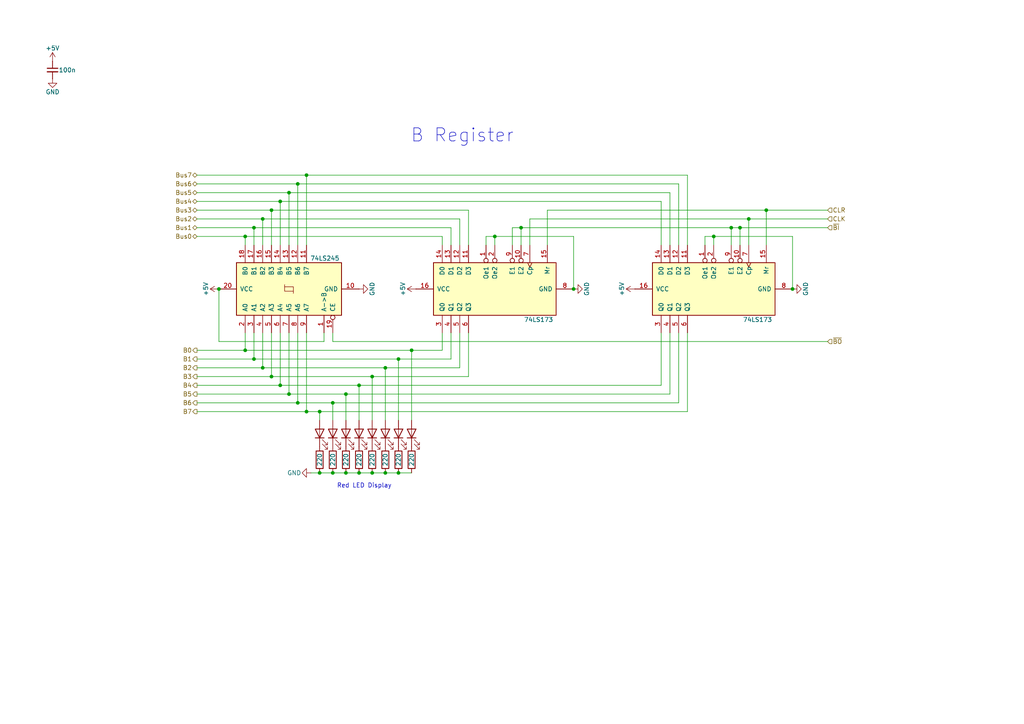
<source format=kicad_sch>
(kicad_sch (version 20250114) (generator "eeschema") (generator_version "9.0")
  (paper "A4")
  (lib_symbols
    (symbol "74xx:74LS173" (pin_names (offset 1.016))
      (property "Reference" "U" (at -7.62 19.05 0))
      (property "Value" "74LS173" (at -7.62 -19.05 0))
      (symbol "74LS173_1_0"
        (pin input line (at -12.7 15.24 0) (length 5.08) (name "D0") (number "14"))
        (pin input line (at -12.7 12.7 0) (length 5.08) (name "D1") (number "13"))
        (pin input line (at -12.7 10.16 0) (length 5.08) (name "D2") (number "12"))
        (pin input line (at -12.7 7.62 0) (length 5.08) (name "D3") (number "11"))
        (pin input inverted (at -12.7 2.54 0) (length 5.08) (name "Oe1") (number "1"))
        (pin input inverted (at -12.7 0 0) (length 5.08) (name "Oe2") (number "2"))
        (pin input inverted (at -12.7 -5.08 0) (length 5.08) (name "E1") (number "9"))
        (pin input inverted (at -12.7 -7.62 0) (length 5.08) (name "E2") (number "10"))
        (pin input clock (at -12.7 -10.16 0) (length 5.08) (name "Cp") (number "7"))
        (pin input line (at -12.7 -15.24 0) (length 5.08) (name "Mr") (number "15"))
        (pin power_in line (at 0 22.86 270) (length 5.08) (name "VCC") (number "16"))
        (pin power_in line (at 0 -22.86 90) (length 5.08) (name "GND") (number "8"))
        (pin tri_state line (at 12.7 15.24 180) (length 5.08) (name "Q0") (number "3"))
        (pin tri_state line (at 12.7 12.7 180) (length 5.08) (name "Q1") (number "4"))
        (pin tri_state line (at 12.7 10.16 180) (length 5.08) (name "Q2") (number "5"))
        (pin tri_state line (at 12.7 7.62 180) (length 5.08) (name "Q3") (number "6"))
      )
      (symbol "74LS173_1_1"
        (rectangle (start -7.62 17.78) (end 7.62 -17.78) (stroke (width 0.254)) (fill (type background)))
      )
    )
    (symbol "74xx:74LS245" (pin_names (offset 1.016))
      (property "Reference" "U" (at -7.62 16.51 0))
      (property "Value" "74LS245" (at -7.62 -16.51 0))
      (symbol "74LS245_1_0"
        (polyline (pts (xy -1.27 -1.27) (xy 0.635 -1.27) (xy 0.635 1.27) (xy 1.27 1.27)))
        (polyline (pts (xy -0.635 -1.27) (xy -0.635 1.27) (xy 0.635 1.27)))
        (pin tri_state line (at -12.7 12.7 0) (length 5.08) (name "A0") (number "2"))
        (pin tri_state line (at -12.7 10.16 0) (length 5.08) (name "A1") (number "3"))
        (pin tri_state line (at -12.7 7.62 0) (length 5.08) (name "A2") (number "4"))
        (pin tri_state line (at -12.7 5.08 0) (length 5.08) (name "A3") (number "5"))
        (pin tri_state line (at -12.7 2.54 0) (length 5.08) (name "A4") (number "6"))
        (pin tri_state line (at -12.7 0 0) (length 5.08) (name "A5") (number "7"))
        (pin tri_state line (at -12.7 -2.54 0) (length 5.08) (name "A6") (number "8"))
        (pin tri_state line (at -12.7 -5.08 0) (length 5.08) (name "A7") (number "9"))
        (pin input line (at -12.7 -10.16 0) (length 5.08) (name "A->B") (number "1"))
        (pin input inverted (at -12.7 -12.7 0) (length 5.08) (name "CE") (number "19"))
        (pin power_in line (at 0 20.32 270) (length 5.08) (name "VCC") (number "20"))
        (pin power_in line (at 0 -20.32 90) (length 5.08) (name "GND") (number "10"))
        (pin tri_state line (at 12.7 12.7 180) (length 5.08) (name "B0") (number "18"))
        (pin tri_state line (at 12.7 10.16 180) (length 5.08) (name "B1") (number "17"))
        (pin tri_state line (at 12.7 7.62 180) (length 5.08) (name "B2") (number "16"))
        (pin tri_state line (at 12.7 5.08 180) (length 5.08) (name "B3") (number "15"))
        (pin tri_state line (at 12.7 2.54 180) (length 5.08) (name "B4") (number "14"))
        (pin tri_state line (at 12.7 0 180) (length 5.08) (name "B5") (number "13"))
        (pin tri_state line (at 12.7 -2.54 180) (length 5.08) (name "B6") (number "12"))
        (pin tri_state line (at 12.7 -5.08 180) (length 5.08) (name "B7") (number "11"))
      )
      (symbol "74LS245_1_1"
        (rectangle (start -7.62 15.24) (end 7.62 -15.24) (stroke (width 0.254)) (fill (type background)))
      )
    )
    (symbol "Device:C_Small" (pin_numbers (hide yes)) (pin_names (offset 0.254) (hide yes))
      (property "Reference" "C" (at 0.254 1.778 0))
      (property "Value" "C_Small" (at 0.254 -2.032 0))
      (symbol "C_Small_0_1"
        (polyline (pts (xy -1.524 0.508) (xy 1.524 0.508)) (stroke (width 0.3048)))
        (polyline (pts (xy -1.524 -0.508) (xy 1.524 -0.508)) (stroke (width 0.3302)))
      )
      (symbol "C_Small_1_1"
        (pin passive line (at 0 2.54 270) (length 2.032) (name "~") (number "1"))
        (pin passive line (at 0 -2.54 90) (length 2.032) (name "~") (number "2"))
      )
    )
    (symbol "Device:LED" (pin_numbers (hide yes)) (pin_names (offset 1.016) (hide yes))
      (property "Reference" "D" (at 0 2.54 0))
      (property "Value" "LED" (at 0 -2.54 0))
      (symbol "LED_0_1"
        (polyline (pts (xy -3.048 -0.762) (xy -4.572 -2.286) (xy -3.81 -2.286) (xy -4.572 -2.286) (xy -4.572 -1.524)))
        (polyline (pts (xy -1.778 -0.762) (xy -3.302 -2.286) (xy -2.54 -2.286) (xy -3.302 -2.286) (xy -3.302 -1.524)))
        (polyline (pts (xy -1.27 0) (xy 1.27 0)))
        (polyline (pts (xy -1.27 -1.27) (xy -1.27 1.27)) (stroke (width 0.254)))
        (polyline (pts (xy 1.27 -1.27) (xy 1.27 1.27) (xy -1.27 0) (xy 1.27 -1.27)) (stroke (width 0.254)))
      )
      (symbol "LED_1_1"
        (pin passive line (at -3.81 0 0) (length 2.54) (name "K") (number "1"))
        (pin passive line (at 3.81 0 180) (length 2.54) (name "A") (number "2"))
      )
    )
    (symbol "Device:R" (pin_numbers (hide yes)) (pin_names (offset 0))
      (property "Reference" "R" (at 2.032 0 90))
      (property "Value" "R" (at 0 0 90))
      (symbol "R_0_1"
        (rectangle (start -1.016 -2.54) (end 1.016 2.54) (stroke (width 0.254)))
      )
      (symbol "R_1_1"
        (pin passive line (at 0 3.81 270) (length 1.27) (name "~") (number "1"))
        (pin passive line (at 0 -3.81 90) (length 1.27) (name "~") (number "2"))
      )
    )
    (symbol "power:+5V" (power) (pin_numbers (hide yes)) (pin_names (offset 0) (hide yes))
      (property "Value" "+5V" (at 0 3.556 0))
      (symbol "+5V_0_1"
        (polyline (pts (xy -0.762 1.27) (xy 0 2.54)))
        (polyline (pts (xy 0 2.54) (xy 0.762 1.27)))
        (polyline (pts (xy 0 0) (xy 0 2.54)))
      )
      (symbol "+5V_1_1"
        (pin power_in line (at 0 0 90) (length 0) (name "~") (number "1"))
      )
    )
    (symbol "power:GND" (power) (pin_numbers (hide yes)) (pin_names (offset 0) (hide yes))
      (property "Value" "GND" (at 0 -3.81 0))
      (symbol "GND_0_1"
        (polyline (pts (xy 0 0) (xy 0 -1.27) (xy 1.27 -1.27) (xy 0 -2.54) (xy -1.27 -1.27) (xy 0 -1.27)))
      )
      (symbol "GND_1_1"
        (pin power_in line (at 0 0 270) (length 0) (name "~") (number "1"))
      )
    )
  )
  (text "Red LED Display" (at 105.664 140.97 0) (effects (font (size 1.27 1.27))))
  (text "B Register" (at 134.112 39.37 0) (effects (font (size 3.81 3.81))))
  (junction (at 96.52 116.84))
  (junction (at 119.38 101.6))
  (junction (at 71.12 68.58))
  (junction (at 100.33 137.16))
  (junction (at 81.28 58.42))
  (junction (at 214.63 66.04))
  (junction (at 78.74 60.96))
  (junction (at 76.2 106.68))
  (junction (at 217.17 63.5))
  (junction (at 104.14 137.16))
  (junction (at 88.9 50.8))
  (junction (at 229.87 83.82))
  (junction (at 115.57 137.16))
  (junction (at 92.71 137.16))
  (junction (at 222.25 60.96))
  (junction (at 83.82 114.3))
  (junction (at 115.57 104.14))
  (junction (at 63.5 83.82))
  (junction (at 78.74 109.22))
  (junction (at 111.76 106.68))
  (junction (at 111.76 137.16))
  (junction (at 86.36 53.34))
  (junction (at 73.66 66.04))
  (junction (at 96.52 137.16))
  (junction (at 207.01 68.58))
  (junction (at 83.82 55.88))
  (junction (at 104.14 111.76))
  (junction (at 76.2 63.5))
  (junction (at 88.9 119.38))
  (junction (at 212.09 66.04))
  (junction (at 73.66 104.14))
  (junction (at 166.37 83.82))
  (junction (at 86.36 116.84))
  (junction (at 107.95 137.16))
  (junction (at 107.95 109.22))
  (junction (at 151.13 66.04))
  (junction (at 143.51 68.58))
  (junction (at 81.28 111.76))
  (junction (at 100.33 114.3))
  (junction (at 92.71 119.38))
  (junction (at 71.12 101.6))
  (wire (pts (xy 153.67 71.12) (xy 153.67 63.5)))
  (wire (pts (xy 148.59 66.04) (xy 151.13 66.04)))
  (wire (pts (xy 104.14 137.16) (xy 100.33 137.16)))
  (wire (pts (xy 199.39 71.12) (xy 199.39 50.8)))
  (wire (pts (xy 57.15 119.38) (xy 88.9 119.38)))
  (wire (pts (xy 57.15 68.58) (xy 71.12 68.58)))
  (wire (pts (xy 57.15 104.14) (xy 73.66 104.14)))
  (wire (pts (xy 143.51 68.58) (xy 166.37 68.58)))
  (wire (pts (xy 96.52 116.84) (xy 196.85 116.84)))
  (wire (pts (xy 73.66 104.14) (xy 115.57 104.14)))
  (wire (pts (xy 57.15 63.5) (xy 76.2 63.5)))
  (wire (pts (xy 57.15 66.04) (xy 73.66 66.04)))
  (wire (pts (xy 71.12 68.58) (xy 71.12 71.12)))
  (wire (pts (xy 143.51 68.58) (xy 143.51 71.12)))
  (wire (pts (xy 130.81 104.14) (xy 130.81 96.52)))
  (wire (pts (xy 148.59 66.04) (xy 148.59 71.12)))
  (wire (pts (xy 71.12 101.6) (xy 119.38 101.6)))
  (wire (pts (xy 240.03 66.04) (xy 214.63 66.04)))
  (wire (pts (xy 115.57 104.14) (xy 130.81 104.14)))
  (wire (pts (xy 57.15 53.34) (xy 86.36 53.34)))
  (wire (pts (xy 81.28 58.42) (xy 81.28 71.12)))
  (wire (pts (xy 119.38 137.16) (xy 115.57 137.16)))
  (wire (pts (xy 217.17 63.5) (xy 240.03 63.5)))
  (wire (pts (xy 196.85 71.12) (xy 196.85 53.34)))
  (wire (pts (xy 57.15 58.42) (xy 81.28 58.42)))
  (wire (pts (xy 204.47 68.58) (xy 207.01 68.58)))
  (wire (pts (xy 115.57 137.16) (xy 111.76 137.16)))
  (wire (pts (xy 140.97 68.58) (xy 143.51 68.58)))
  (wire (pts (xy 107.95 137.16) (xy 104.14 137.16)))
  (wire (pts (xy 57.15 50.8) (xy 88.9 50.8)))
  (wire (pts (xy 135.89 109.22) (xy 135.89 96.52)))
  (wire (pts (xy 194.31 55.88) (xy 83.82 55.88)))
  (wire (pts (xy 83.82 114.3) (xy 100.33 114.3)))
  (wire (pts (xy 57.15 114.3) (xy 83.82 114.3)))
  (wire (pts (xy 229.87 68.58) (xy 229.87 83.82)))
  (wire (pts (xy 196.85 116.84) (xy 196.85 96.52)))
  (wire (pts (xy 133.35 106.68) (xy 133.35 96.52)))
  (wire (pts (xy 128.27 71.12) (xy 128.27 68.58)))
  (wire (pts (xy 57.15 111.76) (xy 81.28 111.76)))
  (wire (pts (xy 119.38 101.6) (xy 119.38 121.92)))
  (wire (pts (xy 57.15 106.68) (xy 76.2 106.68)))
  (wire (pts (xy 93.98 99.06) (xy 63.5 99.06)))
  (wire (pts (xy 86.36 116.84) (xy 96.52 116.84)))
  (wire (pts (xy 111.76 137.16) (xy 107.95 137.16)))
  (wire (pts (xy 100.33 114.3) (xy 194.31 114.3)))
  (wire (pts (xy 96.52 96.52) (xy 96.52 99.06)))
  (wire (pts (xy 111.76 106.68) (xy 133.35 106.68)))
  (wire (pts (xy 88.9 50.8) (xy 199.39 50.8)))
  (wire (pts (xy 212.09 66.04) (xy 151.13 66.04)))
  (wire (pts (xy 207.01 68.58) (xy 207.01 71.12)))
  (wire (pts (xy 78.74 60.96) (xy 78.74 71.12)))
  (wire (pts (xy 63.5 99.06) (xy 63.5 83.82)))
  (wire (pts (xy 204.47 71.12) (xy 204.47 68.58)))
  (wire (pts (xy 196.85 53.34) (xy 86.36 53.34)))
  (wire (pts (xy 128.27 68.58) (xy 71.12 68.58)))
  (wire (pts (xy 115.57 121.92) (xy 115.57 104.14)))
  (wire (pts (xy 194.31 71.12) (xy 194.31 55.88)))
  (wire (pts (xy 135.89 71.12) (xy 135.89 60.96)))
  (wire (pts (xy 135.89 60.96) (xy 78.74 60.96)))
  (wire (pts (xy 133.35 71.12) (xy 133.35 63.5)))
  (wire (pts (xy 88.9 119.38) (xy 92.71 119.38)))
  (wire (pts (xy 194.31 114.3) (xy 194.31 96.52)))
  (wire (pts (xy 96.52 99.06) (xy 240.03 99.06)))
  (wire (pts (xy 71.12 96.52) (xy 71.12 101.6)))
  (wire (pts (xy 199.39 119.38) (xy 199.39 96.52)))
  (wire (pts (xy 151.13 66.04) (xy 151.13 71.12)))
  (wire (pts (xy 191.77 71.12) (xy 191.77 58.42)))
  (wire (pts (xy 78.74 96.52) (xy 78.74 109.22)))
  (wire (pts (xy 119.38 101.6) (xy 128.27 101.6)))
  (wire (pts (xy 73.66 66.04) (xy 73.66 71.12)))
  (wire (pts (xy 107.95 109.22) (xy 135.89 109.22)))
  (wire (pts (xy 212.09 71.12) (xy 212.09 66.04)))
  (wire (pts (xy 207.01 68.58) (xy 229.87 68.58)))
  (wire (pts (xy 83.82 96.52) (xy 83.82 114.3)))
  (wire (pts (xy 128.27 101.6) (xy 128.27 96.52)))
  (wire (pts (xy 111.76 121.92) (xy 111.76 106.68)))
  (wire (pts (xy 214.63 71.12) (xy 214.63 66.04)))
  (wire (pts (xy 92.71 119.38) (xy 92.71 121.92)))
  (wire (pts (xy 130.81 71.12) (xy 130.81 66.04)))
  (wire (pts (xy 100.33 121.92) (xy 100.33 114.3)))
  (wire (pts (xy 100.33 137.16) (xy 96.52 137.16)))
  (wire (pts (xy 104.14 111.76) (xy 191.77 111.76)))
  (wire (pts (xy 92.71 119.38) (xy 199.39 119.38)))
  (wire (pts (xy 88.9 50.8) (xy 88.9 71.12)))
  (wire (pts (xy 81.28 96.52) (xy 81.28 111.76)))
  (wire (pts (xy 130.81 66.04) (xy 73.66 66.04)))
  (wire (pts (xy 153.67 63.5) (xy 217.17 63.5)))
  (wire (pts (xy 104.14 111.76) (xy 104.14 121.92)))
  (wire (pts (xy 191.77 58.42) (xy 81.28 58.42)))
  (wire (pts (xy 57.15 116.84) (xy 86.36 116.84)))
  (wire (pts (xy 86.36 96.52) (xy 86.36 116.84)))
  (wire (pts (xy 191.77 111.76) (xy 191.77 96.52)))
  (wire (pts (xy 57.15 55.88) (xy 83.82 55.88)))
  (wire (pts (xy 57.15 60.96) (xy 78.74 60.96)))
  (wire (pts (xy 76.2 106.68) (xy 111.76 106.68)))
  (wire (pts (xy 76.2 96.52) (xy 76.2 106.68)))
  (wire (pts (xy 73.66 96.52) (xy 73.66 104.14)))
  (wire (pts (xy 158.75 71.12) (xy 158.75 60.96)))
  (wire (pts (xy 107.95 121.92) (xy 107.95 109.22)))
  (wire (pts (xy 57.15 101.6) (xy 71.12 101.6)))
  (wire (pts (xy 133.35 63.5) (xy 76.2 63.5)))
  (wire (pts (xy 88.9 96.52) (xy 88.9 119.38)))
  (wire (pts (xy 92.71 137.16) (xy 90.17 137.16)))
  (wire (pts (xy 93.98 96.52) (xy 93.98 99.06)))
  (wire (pts (xy 222.25 60.96) (xy 240.03 60.96)))
  (wire (pts (xy 83.82 55.88) (xy 83.82 71.12)))
  (wire (pts (xy 86.36 53.34) (xy 86.36 71.12)))
  (wire (pts (xy 158.75 60.96) (xy 222.25 60.96)))
  (wire (pts (xy 76.2 63.5) (xy 76.2 71.12)))
  (wire (pts (xy 78.74 109.22) (xy 107.95 109.22)))
  (wire (pts (xy 96.52 137.16) (xy 92.71 137.16)))
  (wire (pts (xy 81.28 111.76) (xy 104.14 111.76)))
  (wire (pts (xy 214.63 66.04) (xy 212.09 66.04)))
  (wire (pts (xy 96.52 121.92) (xy 96.52 116.84)))
  (wire (pts (xy 140.97 71.12) (xy 140.97 68.58)))
  (wire (pts (xy 57.15 109.22) (xy 78.74 109.22)))
  (wire (pts (xy 217.17 63.5) (xy 217.17 71.12)))
  (wire (pts (xy 166.37 68.58) (xy 166.37 83.82)))
  (wire (pts (xy 222.25 60.96) (xy 222.25 71.12)))
  (hierarchical_label "B5" (shape output) (at 57.15 114.3 180))
  (hierarchical_label "B1" (shape output) (at 57.15 104.14 180))
  (hierarchical_label "~{BO}" (shape input) (at 240.03 99.06 0))
  (hierarchical_label "Bus0" (shape bidirectional) (at 57.15 68.58 180))
  (hierarchical_label "B4" (shape output) (at 57.15 111.76 180))
  (hierarchical_label "CLR" (shape input) (at 240.03 60.96 0))
  (hierarchical_label "Bus3" (shape bidirectional) (at 57.15 60.96 180))
  (hierarchical_label "~{BI}" (shape input) (at 240.03 66.04 0))
  (hierarchical_label "Bus7" (shape bidirectional) (at 57.15 50.8 180))
  (hierarchical_label "Bus2" (shape bidirectional) (at 57.15 63.5 180))
  (hierarchical_label "Bus4" (shape bidirectional) (at 57.15 58.42 180))
  (hierarchical_label "Bus1" (shape bidirectional) (at 57.15 66.04 180))
  (hierarchical_label "B3" (shape output) (at 57.15 109.22 180))
  (hierarchical_label "B0" (shape output) (at 57.15 101.6 180))
  (hierarchical_label "Bus6" (shape bidirectional) (at 57.15 53.34 180))
  (hierarchical_label "B6" (shape output) (at 57.15 116.84 180))
  (hierarchical_label "CLK" (shape input) (at 240.03 63.5 0))
  (hierarchical_label "B2" (shape output) (at 57.15 106.68 180))
  (hierarchical_label "Bus5" (shape bidirectional) (at 57.15 55.88 180))
  (hierarchical_label "B7" (shape output) (at 57.15 119.38 180))
  (symbol (lib_id "74xx:74LS245") (at 83.82 83.82 90) (unit 1)
    (property "Reference" "U12" (effects (hide yes)))
    (property "Value" "74LS245" (at 94.234 74.93 90))
    (property "Footprint" "Package_DIP:DIP-22_W7.62mm_Socket_LongPads" (effects (hide yes)))
    (property "Datasheet" "http://www.ti.com/lit/gpn/sn74LS245" (effects (hide yes)))
    (property "Description" "Octal BUS Transceivers, 3-State outputs" (effects (hide yes)))
  )
  (symbol (lib_id "power:GND") (at 104.14 83.82 90) (unit 1)
    (property "Reference" "#PWR046" (effects (hide yes)))
    (property "Value" "GND" (at 107.95 85.852 0) (effects (justify left)))
    (property "Description" "Power symbol creates a global label with name \"GND\" , ground" (effects (hide yes)))
  )
  (symbol (lib_id "Device:R") (at 119.38 133.35 180) (unit 1)
    (property "Reference" "R41" (effects (hide yes)))
    (property "Value" "220" (at 119.38 133.35 90))
    (property "Footprint" "Resistor_THT:R_Axial_DIN0207_L6.3mm_D2.5mm_P7.62mm_Horizontal" (effects (hide yes)))
    (property "Description" "Resistor" (effects (hide yes)))
  )
  (symbol (lib_id "Device:LED") (at 104.14 125.73 90) (unit 1)
    (property "Reference" "D31" (effects (hide yes)))
    (property "Value" "RED" (effects (hide yes)))
    (property "Footprint" "LED_THT:LED_D5.0mm" (effects (hide yes)))
    (property "Description" "Light emitting diode" (effects (hide yes)))
    (property "Sim.Pins" "1=K 2=A" (effects (hide yes)))
  )
  (symbol (lib_id "power:GND") (at 90.17 137.16 270) (unit 1)
    (property "Reference" "#PWR045" (effects (hide yes)))
    (property "Value" "GND" (at 87.376 137.16 90) (effects (justify right)))
    (property "Description" "Power symbol creates a global label with name \"GND\" , ground" (effects (hide yes)))
  )
  (symbol (lib_id "Device:C_Small") (at 15.24 20.32 0) (unit 1)
    (property "Reference" "C9" (effects (hide yes)))
    (property "Value" "100n" (at 17.018 20.32 0) (effects (justify left)))
    (property "Footprint" "Capacitor_THT:C_Disc_D5.0mm_W2.5mm_P5.00mm" (effects (hide yes)))
    (property "Description" "Unpolarized capacitor, small symbol" (effects (hide yes)))
  )
  (symbol (lib_id "Device:LED") (at 96.52 125.73 90) (unit 1)
    (property "Reference" "D29" (effects (hide yes)))
    (property "Value" "RED" (effects (hide yes)))
    (property "Footprint" "LED_THT:LED_D5.0mm" (effects (hide yes)))
    (property "Description" "Light emitting diode" (effects (hide yes)))
    (property "Sim.Pins" "1=K 2=A" (effects (hide yes)))
  )
  (symbol (lib_id "Device:R") (at 111.76 133.35 180) (unit 1)
    (property "Reference" "R39" (effects (hide yes)))
    (property "Value" "220" (at 111.76 133.35 90))
    (property "Footprint" "Resistor_THT:R_Axial_DIN0207_L6.3mm_D2.5mm_P7.62mm_Horizontal" (effects (hide yes)))
    (property "Description" "Resistor" (effects (hide yes)))
  )
  (symbol (lib_id "Device:LED") (at 107.95 125.73 90) (unit 1)
    (property "Reference" "D32" (effects (hide yes)))
    (property "Value" "RED" (effects (hide yes)))
    (property "Footprint" "LED_THT:LED_D5.0mm" (effects (hide yes)))
    (property "Description" "Light emitting diode" (effects (hide yes)))
    (property "Sim.Pins" "1=K 2=A" (effects (hide yes)))
  )
  (symbol (lib_id "power:+5V") (at 63.5 83.82 90) (unit 1)
    (property "Reference" "#PWR044" (effects (hide yes)))
    (property "Value" "+5V" (at 59.69 83.82 0))
    (property "Description" "Power symbol creates a global label with name \"+5V\"" (effects (hide yes)))
  )
  (symbol (lib_id "Device:LED") (at 100.33 125.73 90) (unit 1)
    (property "Reference" "D30" (effects (hide yes)))
    (property "Value" "RED" (effects (hide yes)))
    (property "Footprint" "LED_THT:LED_D5.0mm" (effects (hide yes)))
    (property "Description" "Light emitting diode" (effects (hide yes)))
    (property "Sim.Pins" "1=K 2=A" (effects (hide yes)))
  )
  (symbol (lib_id "Device:R") (at 92.71 133.35 180) (unit 1)
    (property "Reference" "R34" (effects (hide yes)))
    (property "Value" "220" (at 92.71 133.35 90))
    (property "Footprint" "Resistor_THT:R_Axial_DIN0207_L6.3mm_D2.5mm_P7.62mm_Horizontal" (effects (hide yes)))
    (property "Description" "Resistor" (effects (hide yes)))
  )
  (symbol (lib_id "Device:LED") (at 115.57 125.73 90) (unit 1)
    (property "Reference" "D34" (effects (hide yes)))
    (property "Value" "RED" (effects (hide yes)))
    (property "Footprint" "LED_THT:LED_D5.0mm" (effects (hide yes)))
    (property "Description" "Light emitting diode" (effects (hide yes)))
    (property "Sim.Pins" "1=K 2=A" (effects (hide yes)))
  )
  (symbol (lib_id "power:+5V") (at 120.65 83.82 90) (unit 1)
    (property "Reference" "#PWR047" (effects (hide yes)))
    (property "Value" "+5V" (at 116.84 83.82 0))
    (property "Description" "Power symbol creates a global label with name \"+5V\"" (effects (hide yes)))
  )
  (symbol (lib_id "Device:LED") (at 92.71 125.73 90) (unit 1)
    (property "Reference" "D28" (effects (hide yes)))
    (property "Value" "RED" (effects (hide yes)))
    (property "Footprint" "LED_THT:LED_D5.0mm" (effects (hide yes)))
    (property "Description" "Light emitting diode" (effects (hide yes)))
    (property "Sim.Pins" "1=K 2=A" (effects (hide yes)))
  )
  (symbol (lib_id "Device:R") (at 107.95 133.35 180) (unit 1)
    (property "Reference" "R38" (effects (hide yes)))
    (property "Value" "220" (at 107.95 133.35 90))
    (property "Footprint" "Resistor_THT:R_Axial_DIN0207_L6.3mm_D2.5mm_P7.62mm_Horizontal" (effects (hide yes)))
    (property "Description" "Resistor" (effects (hide yes)))
  )
  (symbol (lib_id "power:+5V") (at 15.24 17.78 0) (unit 1)
    (property "Reference" "#PWR042" (effects (hide yes)))
    (property "Value" "+5V" (at 15.24 13.97 0))
    (property "Description" "Power symbol creates a global label with name \"+5V\"" (effects (hide yes)))
  )
  (symbol (lib_id "Device:R") (at 100.33 133.35 180) (unit 1)
    (property "Reference" "R36" (effects (hide yes)))
    (property "Value" "220" (at 100.33 133.35 90))
    (property "Footprint" "Resistor_THT:R_Axial_DIN0207_L6.3mm_D2.5mm_P7.62mm_Horizontal" (effects (hide yes)))
    (property "Description" "Resistor" (effects (hide yes)))
  )
  (symbol (lib_id "power:+5V") (at 184.15 83.82 90) (unit 1)
    (property "Reference" "#PWR049" (effects (hide yes)))
    (property "Value" "+5V" (at 180.34 83.82 0))
    (property "Description" "Power symbol creates a global label with name \"+5V\"" (effects (hide yes)))
  )
  (symbol (lib_id "Device:LED") (at 119.38 125.73 90) (unit 1)
    (property "Reference" "D35" (effects (hide yes)))
    (property "Value" "RED" (effects (hide yes)))
    (property "Footprint" "LED_THT:LED_D5.0mm" (effects (hide yes)))
    (property "Description" "Light emitting diode" (effects (hide yes)))
    (property "Sim.Pins" "1=K 2=A" (effects (hide yes)))
  )
  (symbol (lib_id "74xx:74LS173") (at 143.51 83.82 90) (mirror x) (unit 1)
    (property "Reference" "U13" (effects (hide yes)))
    (property "Value" "74LS173" (at 156.21 92.71 90))
    (property "Footprint" "Package_DIP:DIP-16_W7.62mm_Socket_LongPads" (effects (hide yes)))
    (property "Datasheet" "http://www.ti.com/lit/gpn/sn74LS173" (effects (hide yes)))
    (property "Description" "4-bit D-type Register, 3 state out" (effects (hide yes)))
  )
  (symbol (lib_id "Device:R") (at 104.14 133.35 180) (unit 1)
    (property "Reference" "R37" (effects (hide yes)))
    (property "Value" "220" (at 104.14 133.35 90))
    (property "Footprint" "Resistor_THT:R_Axial_DIN0207_L6.3mm_D2.5mm_P7.62mm_Horizontal" (effects (hide yes)))
    (property "Description" "Resistor" (effects (hide yes)))
  )
  (symbol (lib_id "Device:LED") (at 111.76 125.73 90) (unit 1)
    (property "Reference" "D33" (effects (hide yes)))
    (property "Value" "RED" (effects (hide yes)))
    (property "Footprint" "LED_THT:LED_D5.0mm" (effects (hide yes)))
    (property "Description" "Light emitting diode" (effects (hide yes)))
    (property "Sim.Pins" "1=K 2=A" (effects (hide yes)))
  )
  (symbol (lib_id "74xx:74LS173") (at 207.01 83.82 90) (mirror x) (unit 1)
    (property "Reference" "U14" (effects (hide yes)))
    (property "Value" "74LS173" (at 219.71 92.71 90))
    (property "Footprint" "Package_DIP:DIP-16_W7.62mm_Socket_LongPads" (effects (hide yes)))
    (property "Datasheet" "http://www.ti.com/lit/gpn/sn74LS173" (effects (hide yes)))
    (property "Description" "4-bit D-type Register, 3 state out" (effects (hide yes)))
  )
  (symbol (lib_id "power:GND") (at 166.37 83.82 90) (unit 1)
    (property "Reference" "#PWR048" (effects (hide yes)))
    (property "Value" "GND" (at 170.18 85.852 0) (effects (justify left)))
    (property "Description" "Power symbol creates a global label with name \"GND\" , ground" (effects (hide yes)))
  )
  (symbol (lib_id "Device:R") (at 96.52 133.35 180) (unit 1)
    (property "Reference" "R35" (effects (hide yes)))
    (property "Value" "220" (at 96.52 133.35 90))
    (property "Footprint" "Resistor_THT:R_Axial_DIN0207_L6.3mm_D2.5mm_P7.62mm_Horizontal" (effects (hide yes)))
    (property "Description" "Resistor" (effects (hide yes)))
  )
  (symbol (lib_id "power:GND") (at 15.24 22.86 0) (unit 1)
    (property "Reference" "#PWR043" (effects (hide yes)))
    (property "Value" "GND" (at 13.208 26.67 0) (effects (justify left)))
    (property "Description" "Power symbol creates a global label with name \"GND\" , ground" (effects (hide yes)))
  )
  (symbol (lib_id "power:GND") (at 229.87 83.82 90) (unit 1)
    (property "Reference" "#PWR050" (effects (hide yes)))
    (property "Value" "GND" (at 233.68 85.852 0) (effects (justify left)))
    (property "Description" "Power symbol creates a global label with name \"GND\" , ground" (effects (hide yes)))
  )
  (symbol (lib_id "Device:R") (at 115.57 133.35 180) (unit 1)
    (property "Reference" "R40" (effects (hide yes)))
    (property "Value" "220" (at 115.57 133.35 90))
    (property "Footprint" "Resistor_THT:R_Axial_DIN0207_L6.3mm_D2.5mm_P7.62mm_Horizontal" (effects (hide yes)))
    (property "Description" "Resistor" (effects (hide yes)))
  )
)
</source>
